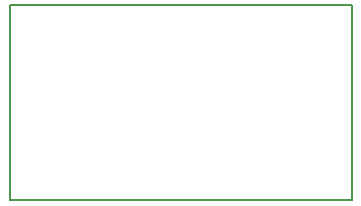
<source format=gbr>
G04 #@! TF.GenerationSoftware,KiCad,Pcbnew,(5.1.5)-3*
G04 #@! TF.CreationDate,2020-03-15T16:40:33+08:00*
G04 #@! TF.ProjectId,InHub_Sub,496e4875-625f-4537-9562-2e6b69636164,rev?*
G04 #@! TF.SameCoordinates,Original*
G04 #@! TF.FileFunction,Other,User*
%FSLAX46Y46*%
G04 Gerber Fmt 4.6, Leading zero omitted, Abs format (unit mm)*
G04 Created by KiCad (PCBNEW (5.1.5)-3) date 2020-03-15 16:40:33*
%MOMM*%
%LPD*%
G04 APERTURE LIST*
%ADD10C,0.150000*%
G04 APERTURE END LIST*
D10*
X48690500Y-91427800D02*
X48690500Y-74927800D01*
X77690500Y-91427800D02*
X48690500Y-91427800D01*
X77690500Y-74927800D02*
X77690500Y-91427800D01*
X48690500Y-74927800D02*
X77690500Y-74927800D01*
M02*

</source>
